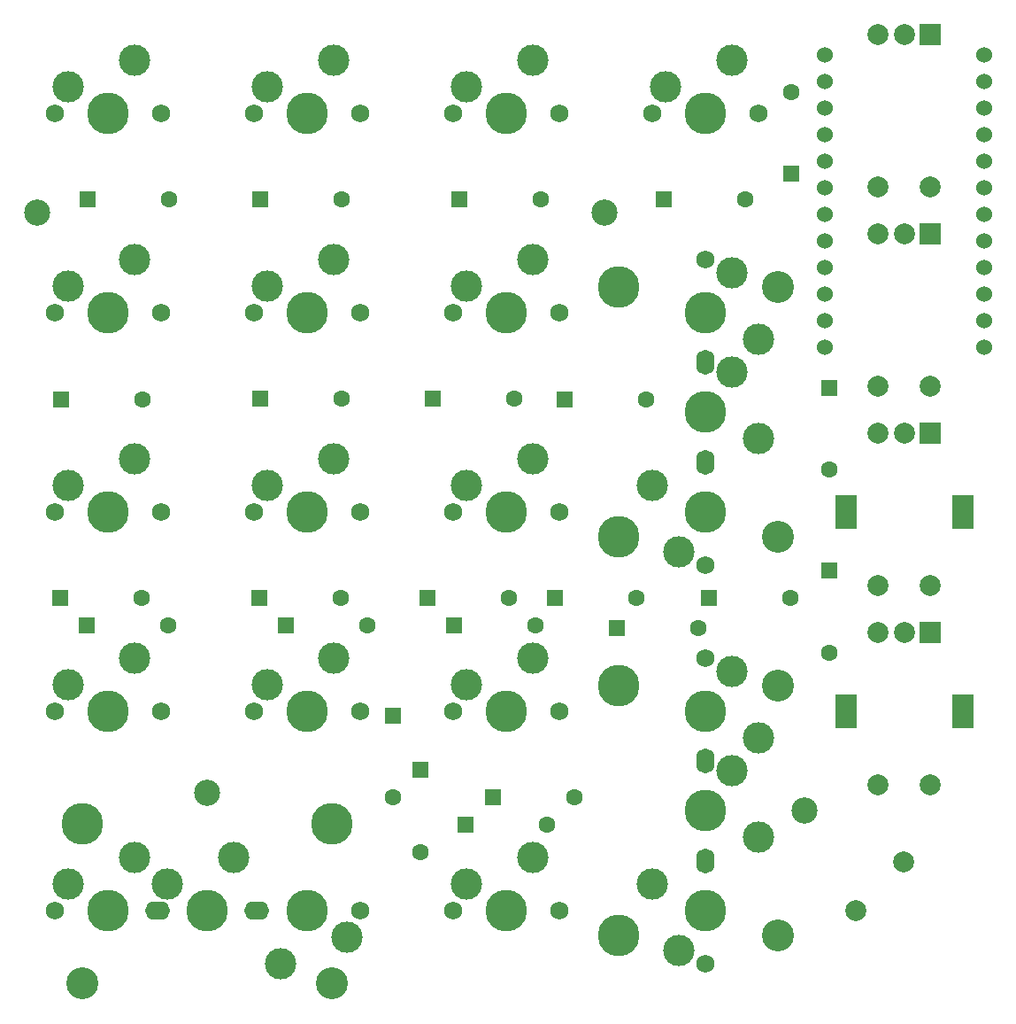
<source format=gts>
%TF.GenerationSoftware,KiCad,Pcbnew,(5.99.0-12610-g07e01e6297)*%
%TF.CreationDate,2021-11-07T16:56:22+00:00*%
%TF.ProjectId,Envoy,456e766f-792e-46b6-9963-61645f706362,rev?*%
%TF.SameCoordinates,Original*%
%TF.FileFunction,Soldermask,Top*%
%TF.FilePolarity,Negative*%
%FSLAX46Y46*%
G04 Gerber Fmt 4.6, Leading zero omitted, Abs format (unit mm)*
G04 Created by KiCad (PCBNEW (5.99.0-12610-g07e01e6297)) date 2021-11-07 16:56:22*
%MOMM*%
%LPD*%
G01*
G04 APERTURE LIST*
%ADD10R,1.600000X1.600000*%
%ADD11C,1.600000*%
%ADD12R,2.000000X3.200000*%
%ADD13R,2.000000X2.000000*%
%ADD14C,2.000000*%
%ADD15C,1.750000*%
%ADD16C,3.987800*%
%ADD17C,3.000000*%
%ADD18O,1.750000X2.380000*%
%ADD19O,2.380000X1.750000*%
%ADD20C,3.048000*%
%ADD21C,1.524000*%
%ADD22C,2.500000*%
G04 APERTURE END LIST*
D10*
%TO.C,D1*%
X107700000Y-73300000D03*
D11*
X115500000Y-73300000D03*
%TD*%
D10*
%TO.C,D2*%
X124200000Y-73300000D03*
D11*
X132000000Y-73300000D03*
%TD*%
D10*
%TO.C,D3*%
X143251000Y-73300000D03*
D11*
X151051000Y-73300000D03*
%TD*%
D10*
%TO.C,D4*%
X162775000Y-73300000D03*
D11*
X170575000Y-73300000D03*
%TD*%
D10*
%TO.C,D5*%
X105100000Y-92400000D03*
D11*
X112900000Y-92400000D03*
%TD*%
D10*
%TO.C,D6*%
X124200000Y-92300000D03*
D11*
X132000000Y-92300000D03*
%TD*%
D10*
%TO.C,D7*%
X140713500Y-92300000D03*
D11*
X148513500Y-92300000D03*
%TD*%
D10*
%TO.C,D8*%
X153313500Y-92443750D03*
D11*
X161113500Y-92443750D03*
%TD*%
D10*
%TO.C,D9*%
X105050000Y-111400000D03*
D11*
X112850000Y-111400000D03*
%TD*%
D10*
%TO.C,D10*%
X124100000Y-111400000D03*
D11*
X131900000Y-111400000D03*
%TD*%
D10*
%TO.C,D11*%
X140200000Y-111400000D03*
D11*
X148000000Y-111400000D03*
%TD*%
D10*
%TO.C,D12*%
X152400000Y-111400000D03*
D11*
X160200000Y-111400000D03*
%TD*%
D10*
%TO.C,D15*%
X142700000Y-113993750D03*
D11*
X150500000Y-113993750D03*
%TD*%
D10*
%TO.C,D17*%
X136863500Y-122643750D03*
D11*
X136863500Y-130443750D03*
%TD*%
D10*
%TO.C,D18*%
X139463500Y-127843750D03*
D11*
X139463500Y-135643750D03*
%TD*%
D10*
%TO.C,D22*%
X178600000Y-91331250D03*
D11*
X178600000Y-99131250D03*
%TD*%
D12*
%TO.C,ENC3*%
X180188500Y-103168750D03*
X191388500Y-103168750D03*
D13*
X188288500Y-95668750D03*
D14*
X183288500Y-95668750D03*
X185788500Y-95668750D03*
X183288500Y-110168750D03*
X188288500Y-110168750D03*
%TD*%
D15*
%TO.C,MX1*%
X104508500Y-65068750D03*
D16*
X109588500Y-65068750D03*
D17*
X105778500Y-62528750D03*
D15*
X114668500Y-65068750D03*
D17*
X112128500Y-59988750D03*
%TD*%
D15*
%TO.C,MX2*%
X123558500Y-65068750D03*
D17*
X124828500Y-62528750D03*
D15*
X133718500Y-65068750D03*
D16*
X128638500Y-65068750D03*
D17*
X131178500Y-59988750D03*
%TD*%
D16*
%TO.C,MX3*%
X147688500Y-65068750D03*
D15*
X142608500Y-65068750D03*
D17*
X150228500Y-59988750D03*
D15*
X152768500Y-65068750D03*
D17*
X143878500Y-62528750D03*
%TD*%
D15*
%TO.C,MX4*%
X161658500Y-65068750D03*
D17*
X162928500Y-62528750D03*
D15*
X171818500Y-65068750D03*
D16*
X166738500Y-65068750D03*
D17*
X169278500Y-59988750D03*
%TD*%
D16*
%TO.C,MX5*%
X109588500Y-84118750D03*
D17*
X105778500Y-81578750D03*
X112128500Y-79038750D03*
D15*
X104508500Y-84118750D03*
X114668500Y-84118750D03*
%TD*%
D17*
%TO.C,MX7*%
X143878500Y-81578750D03*
D15*
X142608500Y-84118750D03*
D17*
X150228500Y-79038750D03*
D15*
X152768500Y-84118750D03*
D16*
X147688500Y-84118750D03*
%TD*%
D17*
%TO.C,MX8*%
X169278500Y-80308750D03*
X171818500Y-86658750D03*
D16*
X166738500Y-84118750D03*
D15*
X166738500Y-79038750D03*
D18*
X166738500Y-88883750D03*
%TD*%
D16*
%TO.C,MX9*%
X109588500Y-103168750D03*
D15*
X104508500Y-103168750D03*
X114668500Y-103168750D03*
D17*
X112128500Y-98088750D03*
X105778500Y-100628750D03*
%TD*%
D15*
%TO.C,MX10*%
X133718500Y-103168750D03*
D17*
X124828500Y-100628750D03*
X131178500Y-98088750D03*
D15*
X123558500Y-103168750D03*
D16*
X128638500Y-103168750D03*
%TD*%
%TO.C,MX11*%
X147688500Y-103168750D03*
D17*
X143878500Y-100628750D03*
D15*
X142608500Y-103168750D03*
D17*
X150228500Y-98088750D03*
D15*
X152768500Y-103168750D03*
%TD*%
%TO.C,MX12*%
X166738500Y-108248750D03*
D17*
X164198500Y-106978750D03*
D18*
X166738500Y-98403750D03*
D17*
X161658500Y-100628750D03*
D16*
X166738500Y-103168750D03*
%TD*%
D17*
%TO.C,MX13*%
X105778500Y-119678750D03*
D15*
X114668500Y-122218750D03*
X104508500Y-122218750D03*
D17*
X112128500Y-117138750D03*
D16*
X109588500Y-122218750D03*
%TD*%
D17*
%TO.C,MX15*%
X143878500Y-119678750D03*
D15*
X152768500Y-122218750D03*
X142608500Y-122218750D03*
D17*
X150228500Y-117138750D03*
D16*
X147688500Y-122218750D03*
%TD*%
%TO.C,MX16*%
X166738500Y-122218750D03*
D17*
X169278500Y-118408750D03*
X171818500Y-124758750D03*
D18*
X166738500Y-126983750D03*
D15*
X166738500Y-117138750D03*
%TD*%
D17*
%TO.C,MX17*%
X105778500Y-138728750D03*
D19*
X114353500Y-141268750D03*
D16*
X109588500Y-141268750D03*
D15*
X104508500Y-141268750D03*
D17*
X112128500Y-136188750D03*
%TD*%
D15*
%TO.C,MX18*%
X133718500Y-141268750D03*
D17*
X126098500Y-146348750D03*
X132448500Y-143808750D03*
D16*
X128638500Y-141268750D03*
D19*
X123873500Y-141268750D03*
%TD*%
D18*
%TO.C,MX20*%
X166738500Y-136503750D03*
D17*
X161658500Y-138728750D03*
X164198500Y-145078750D03*
D15*
X166738500Y-146348750D03*
D16*
X166738500Y-141268750D03*
%TD*%
D17*
%TO.C,MX19*%
X143878500Y-138728750D03*
D15*
X142608500Y-141268750D03*
D17*
X150228500Y-136188750D03*
D16*
X147688500Y-141268750D03*
D15*
X152768500Y-141268750D03*
%TD*%
D20*
%TO.C,MX16-2u1*%
X173723500Y-119805750D03*
X173723500Y-143681750D03*
D16*
X158483500Y-119805750D03*
X166738500Y-131743750D03*
X158483500Y-143681750D03*
D17*
X169278500Y-127933750D03*
X171818500Y-134283750D03*
%TD*%
D20*
%TO.C,MX17-2u1*%
X131051500Y-148253750D03*
X107175500Y-148253750D03*
D16*
X131051500Y-133013750D03*
D17*
X115303500Y-138728750D03*
X121653500Y-136188750D03*
D16*
X119113500Y-141268750D03*
X107175500Y-133013750D03*
%TD*%
D17*
%TO.C,MX8-2u1*%
X169278500Y-89833750D03*
D20*
X173723500Y-81705750D03*
D17*
X171818500Y-96183750D03*
D16*
X158483500Y-105581750D03*
D20*
X173723500Y-105581750D03*
D16*
X158483500Y-81705750D03*
X166738500Y-93643750D03*
%TD*%
D17*
%TO.C,MX6*%
X124828500Y-81578750D03*
X131178500Y-79038750D03*
D15*
X133718500Y-84118750D03*
X123558500Y-84118750D03*
D16*
X128638500Y-84118750D03*
%TD*%
D10*
%TO.C,D13*%
X107600000Y-113993750D03*
D11*
X115400000Y-113993750D03*
%TD*%
D17*
%TO.C,MX14*%
X124828500Y-119678750D03*
X131178500Y-117138750D03*
D15*
X133718500Y-122218750D03*
D16*
X128638500Y-122218750D03*
D15*
X123558500Y-122218750D03*
%TD*%
D10*
%TO.C,D24*%
X178600000Y-108800000D03*
D11*
X178600000Y-116600000D03*
%TD*%
D12*
%TO.C,ENC4*%
X191388500Y-122218750D03*
X180188500Y-122218750D03*
D13*
X188288500Y-114718750D03*
D14*
X183288500Y-114718750D03*
X185788500Y-114718750D03*
X183288500Y-129218750D03*
X188288500Y-129218750D03*
%TD*%
D10*
%TO.C,D21*%
X175013500Y-70800000D03*
D11*
X175013500Y-63000000D03*
%TD*%
D10*
%TO.C,D23*%
X167100000Y-111400000D03*
D11*
X174900000Y-111400000D03*
%TD*%
D14*
%TO.C,RESET1*%
X185737097Y-136652903D03*
X181140903Y-141249097D03*
%TD*%
D10*
%TO.C,D14*%
X126650000Y-113993750D03*
D11*
X134450000Y-113993750D03*
%TD*%
D21*
%TO.C,ProMicro1*%
X193399900Y-59449000D03*
X193399900Y-61989000D03*
X193399900Y-64529000D03*
X193399900Y-67069000D03*
X193399900Y-69609000D03*
X193399900Y-72149000D03*
X193399900Y-74689000D03*
X193399900Y-77229000D03*
X193399900Y-79769000D03*
X193399900Y-82309000D03*
X193399900Y-84849000D03*
X193399900Y-87389000D03*
X178179900Y-87389000D03*
X178179900Y-84849000D03*
X178179900Y-82309000D03*
X178179900Y-79769000D03*
X178179900Y-77229000D03*
X178179900Y-74689000D03*
X178179900Y-72149000D03*
X178179900Y-69609000D03*
X178179900Y-67069000D03*
X178179900Y-64529000D03*
X178179900Y-61989000D03*
X178179900Y-59449000D03*
%TD*%
D13*
%TO.C,ENC1*%
X188288500Y-57568750D03*
D14*
X183288500Y-57568750D03*
X185788500Y-57568750D03*
X183288500Y-72068750D03*
X188288500Y-72068750D03*
%TD*%
D22*
%TO.C,H1*%
X102851000Y-74593750D03*
%TD*%
%TO.C,H2*%
X157150000Y-74593750D03*
%TD*%
%TO.C,H3*%
X119123500Y-129973750D03*
%TD*%
%TO.C,H4*%
X176263500Y-131743750D03*
%TD*%
D10*
%TO.C,D20*%
X146451000Y-130400000D03*
D11*
X154251000Y-130400000D03*
%TD*%
D10*
%TO.C,D19*%
X143788500Y-133043750D03*
D11*
X151588500Y-133043750D03*
%TD*%
D10*
%TO.C,D16*%
X158263500Y-114243750D03*
D11*
X166063500Y-114243750D03*
%TD*%
D13*
%TO.C,ENC2*%
X188288500Y-76618750D03*
D14*
X183288500Y-76618750D03*
X185788500Y-76618750D03*
X183288500Y-91118750D03*
X188288500Y-91118750D03*
%TD*%
M02*

</source>
